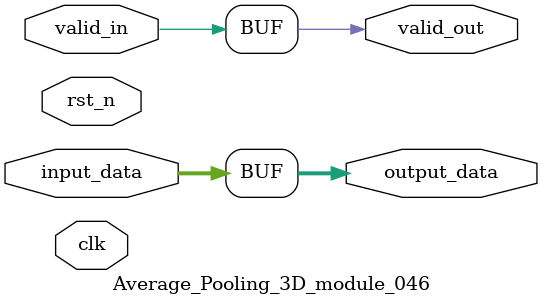
<source format=v>

module Average_Pooling_3D_module_046 (
    input clk,
    input rst_n,
    input valid_in,
    output valid_out,
    // Add specific ports based on operator type
    input [31:0] input_data,
    output [31:0] output_data
);

    // Module implementation would go here
    // This is a template - actual implementation depends on the operator
    
        // Generic operator implementation
    assign output_data = input_data; // Placeholder
    assign valid_out = valid_in;

endmodule

</source>
